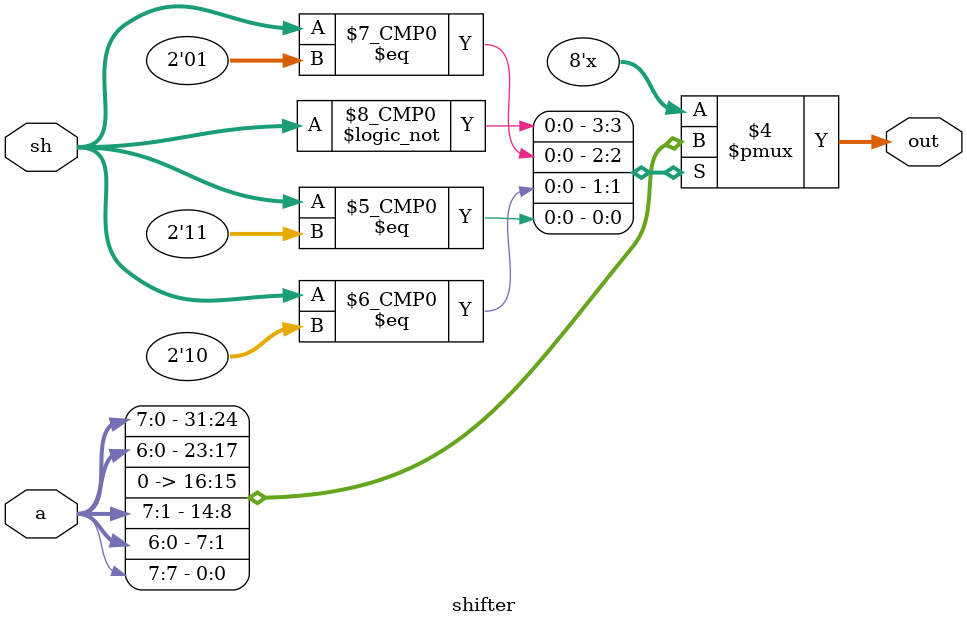
<source format=v>

module Lab5_GDP(Sum, start, restart, clk, n, done);
	input start, clk, restart;
	input [7:0] n;
	output [7:0] Sum;
	output done;
	wire WE, RAE, RBE, OE, nEqZero, IE, AgreaterB;
	wire [1:0] WA, RAA, RBA, SH;
	wire [2:0] ALU;
	
	CU control (IE, WE, WA, RAE, RAA, RBE, RBA, ALU, SH, OE, ~start, clk, ~restart, nEqZero, AgreaterB);
	DP datapath (AgreaterB, nEqZero, Sum, n, clk, IE, WE, WA, RAE, RAA, RBE, RBA, ALU, SH, OE);
	
	assign done = OE;
endmodule

/////////////// control unit //////////////////////////////////////////////

module CU(IE, WE, WA, RAE, RAA, RBE, RBA, ALU, SH, OE, start, clk,
	restart, nEqZero, AgreaterB);
	input 		start, clk, restart;
	output 		IE, WE, RAE, RBE, OE;
	output [1:0] WA, RAA, RBA, SH;
	output [2:0] ALU;
	input wire 	nEqZero, AgreaterB;
	reg [2:0] 	state;
	reg [2:0] 	nextstate;
	
	parameter S0 = 3'b000;
	parameter S1 = 3'b001;
	parameter S2 = 3'b010;
	parameter S3 = 3'b011;
	parameter S4 = 3'b100;
	parameter S5 = 3'b101;
	
	initial
	state = S0;
	// State register
	always @ (posedge clk)
		begin
		state <= nextstate;
		end
	// NS logic
	always @ (*)
		case(state)
			S0: if(start) 			nextstate = S1;
				else 				nextstate = S0;
			S1: if (restart) 		nextstate = S0; 
				else if(start) 		nextstate = S2;
				else 				nextstate = S1;
			S2: if (nEqZero)		nextstate = S5;
				else if (AgreaterB)	nextstate = S3; 
				else 				nextstate = S4; 
			S3: 					nextstate = S2; 
			S4: 					nextstate = S2;
			S5: if (restart) 		nextstate = S0; 
				else 				nextstate = S5; 
			default: nextstate = S0;
		endcase
	// output logic
	assign IE = state == S0 || state == S1;
	assign WE = state == S0 || state == S1 || state == S3 || state == S4;
	assign WA[1] = 0;
	assign WA[0] = state == S1 || state == S4;
	assign RAE = state == S2 || state == S3 || state == S4 || state == S5;
	assign RAA[1] = 0;
	assign RAA[0] = state == S4;
	assign RBE = state == S2 || state == S3 || state == S4;
	assign RBA[1] = 0;
	assign RBA[0] = state == S2 || state == S3;
	
	assign ALU[2] = state == S3 || state == S4;
	assign ALU[1] = 0; 
	assign ALU[0] = state == S3 || state == S4;
	
	assign SH[1] = 0;
	assign SH[0] = 0;
	assign OE = state == S5;
endmodule

/////////////// data path /////////////////////////////////////////////////

module DP(AgreaterB, nEQZero, sum, nIn, clk, IE, WE, WA, RAE, RAA, RBE, RBA, ALU, SH, OE);
	input clk, IE, WE, RAE, RBE, OE;
	input [1:0] WA, RAA, RBA, SH;
	input [2:0] ALU;
	input [7:0] nIn;
	output nEQZero, AgreaterB;
	output wire [7:0] sum;
	reg [7:0] rfIn;
	wire [7:0] RFa, RFb, aluOut, shOut, n;
	reg tmp [7:0];
	
	initial
		rfIn = 0;
		
	always @ (*)
		rfIn = n;

		
	mux8 muxs (n, shOut, nIn, IE);
	Regfile RF (clk, RAA, RFa, RBA, RFb, WE, WA, rfIn, RAE, RBE);
	alu theALU (aluOut, RFa, RFb, ALU);
	shifter SHIFT (shOut, aluOut, SH);
	buff buffer1 (sum, shOut, OE);
	
	
	assign AgreaterB = (RFa > RFb); 
	assign nEQZero = (RFa == RFb); //note: checks the false //condition
	
endmodule

////////////////////////// ALU /////////////////////////////////////////////

module alu (out,a,b,sel);
    input [7:0] a,b;
    input [2:0] sel; 
    output [7:0] out;
    reg [7:0] out;

    always @ (*) 
    begin 
        case(sel) 
            3'b000: out=a;                  
            3'b001: out=a&b;                  
            3'b010: out=a|b;                  
            3'b011: out=!a;                  
            3'b100: out=a+b;                  
            3'b101: out=a-b;     
            3'b110: out=a+1;                 
            3'b111: out=a-1;                  
        endcase
    end
endmodule

/////////////////////// buffer //////////////////////////////////////////////

module buff(output reg [7:0] result, input[7:0] a, input buf1);
	always @(*)
		if(buf1 == 1)
			result = a;
		else 
			result = 8'bzzzz_zzzz;		
endmodule

////////////////////// mux /////////////////////////////////////////////////

module mux8(result, a, b, sel);

	output reg[7:0] result;
	input[7:0] a;
	input[7:0] b;
	input sel;
	
	always @(*)
		if(sel == 0)
			result = a;
		else
			result = b;
			
endmodule

/////////////////////// register file //////////////////////////////////////

module Regfile(	input 		  clk,
				input   [1:0] RAA, 		// Port A Read address 
				output  [7:0] ReadA,   	// Port A
				input   [1:0] RBA,   	// Port B Read address 
				output  [7:0] ReadB,   	// Port B
				input   	  WE,    	// Write enable 
				input   [1:0] WA,  		// Write port register address
				input   [7:0] INPUT_D,  // Write data port
				input   	  RAE,  	// Port A decoder enable
				input   	  RBE 		// Port B decoder enable
			   ); 
	// width          depth
	reg [7:0]  REG_F [0:3];

	always @(posedge clk) 
	if (WE == 1)  REG_F[WA] <= INPUT_D;
		 
	  //reading to Port A and B, combinational
	  assign ReadA = (RAE)? REG_F [RAA]:0; 
	  assign ReadB = (RBE)? REG_F [RBA]:0;
			  
	endmodule
	
////////////// shifter //////////////////////////////////////////////////////

	module shifter (out,a,sh);
		input [7:0] a;
		input [1:0] sh;
		output reg [7:0] out;

		always @ (*) 
		begin 
			case(sh) 
				3'b00: out=a;                  
				3'b01: out=a << 1;                  
				3'b10: out=a >> 1;                  
				3'b11: out={a[6],a[5],a[4],a[3],a[2],a[1],a[0], a[7]} ;
			endcase
		end
endmodule

</source>
